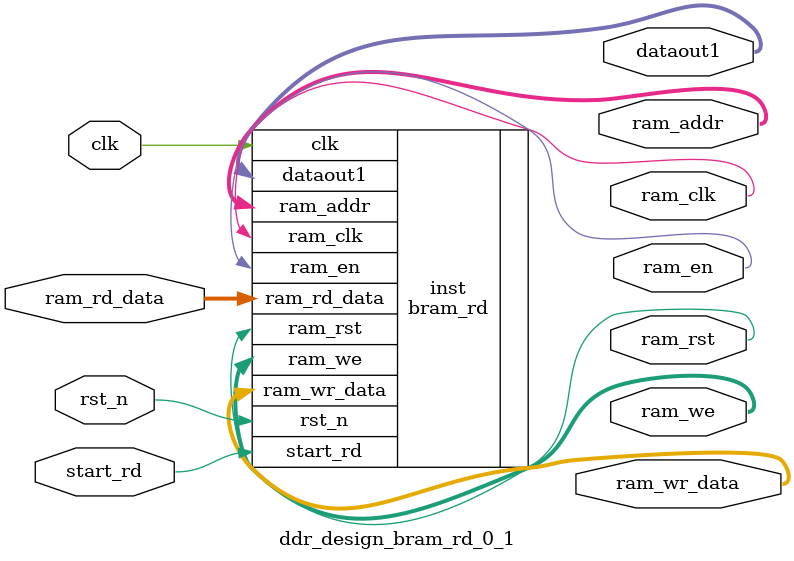
<source format=v>
`timescale 1ns/1ps

(* DowngradeIPIdentifiedWarnings = "yes" *)
module ddr_design_bram_rd_0_1 (
  clk,
  rst_n,
  start_rd,
  dataout1,
  ram_clk,
  ram_rd_data,
  ram_en,
  ram_addr,
  ram_we,
  ram_wr_data,
  ram_rst
);

(* X_INTERFACE_PARAMETER = "XIL_INTERFACENAME clk, ASSOCIATED_BUSIF clk, ASSOCIATED_RESET rst_n, FREQ_HZ 150000000, PHASE 0.000, CLK_DOMAIN ddr_design_processing_system7_0_0_FCLK_CLK0" *)
(* X_INTERFACE_INFO = "xilinx.com:signal:clock:1.0 clk CLK" *)
input wire clk;
(* X_INTERFACE_PARAMETER = "XIL_INTERFACENAME rst_n, POLARITY ACTIVE_LOW" *)
(* X_INTERFACE_INFO = "xilinx.com:signal:reset:1.0 rst_n RST" *)
input wire rst_n;
input wire start_rd;
output wire [15 : 0] dataout1;
(* X_INTERFACE_PARAMETER = "XIL_INTERFACENAME ram_clk, ASSOCIATED_RESET ram_rst, ASSOCIATED_BUSIF BRAM_PORT, FREQ_HZ 100000000, PHASE 0.000" *)
(* X_INTERFACE_INFO = "xilinx.com:signal:clock:1.0 ram_clk CLK, xilinx.com:interface:bram:1.0 BRAM_PORT CLK" *)
output wire ram_clk;
(* X_INTERFACE_INFO = "xilinx.com:interface:bram:1.0 BRAM_PORT DOUT" *)
input wire [31 : 0] ram_rd_data;
(* X_INTERFACE_INFO = "xilinx.com:interface:bram:1.0 BRAM_PORT EN" *)
output wire ram_en;
(* X_INTERFACE_INFO = "xilinx.com:interface:bram:1.0 BRAM_PORT ADDR" *)
output wire [31 : 0] ram_addr;
(* X_INTERFACE_INFO = "xilinx.com:interface:bram:1.0 BRAM_PORT WE" *)
output wire [3 : 0] ram_we;
(* X_INTERFACE_INFO = "xilinx.com:interface:bram:1.0 BRAM_PORT DIN" *)
output wire [31 : 0] ram_wr_data;
(* X_INTERFACE_PARAMETER = "XIL_INTERFACENAME ram_rst, POLARITY ACTIVE_LOW, XIL_INTERFACENAME BRAM_PORT, MASTER_TYPE BRAM_CTRL, MEM_SIZE 8192, MEM_WIDTH 32, MEM_ECC NONE, READ_WRITE_MODE READ_WRITE" *)
(* X_INTERFACE_INFO = "xilinx.com:signal:reset:1.0 ram_rst RST, xilinx.com:interface:bram:1.0 BRAM_PORT RST" *)
output wire ram_rst;

  bram_rd inst (
    .clk(clk),
    .rst_n(rst_n),
    .start_rd(start_rd),
    .dataout1(dataout1),
    .ram_clk(ram_clk),
    .ram_rd_data(ram_rd_data),
    .ram_en(ram_en),
    .ram_addr(ram_addr),
    .ram_we(ram_we),
    .ram_wr_data(ram_wr_data),
    .ram_rst(ram_rst)
  );
endmodule
</source>
